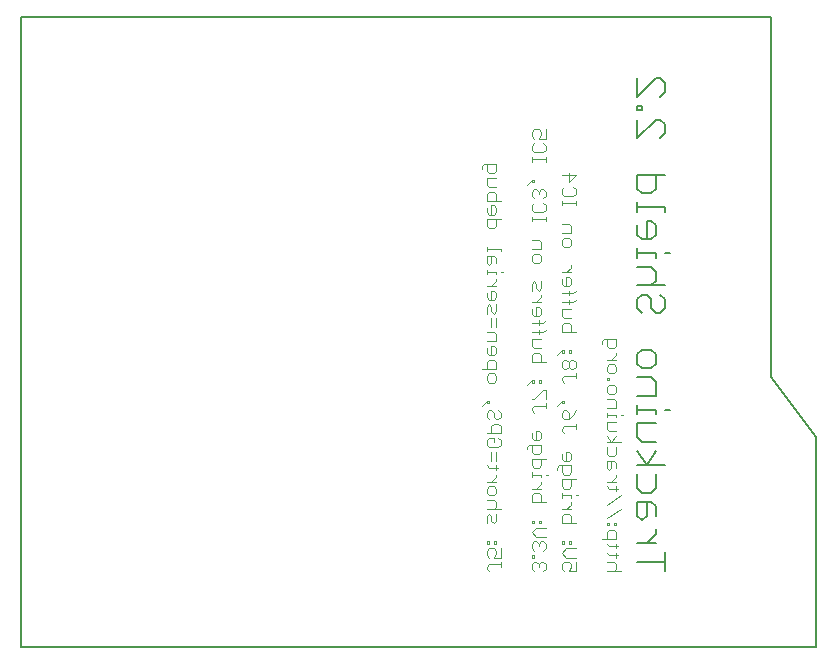
<source format=gbo>
G75*
G70*
%OFA0B0*%
%FSLAX24Y24*%
%IPPOS*%
%LPD*%
%AMOC8*
5,1,8,0,0,1.08239X$1,22.5*
%
%ADD10C,0.0080*%
%ADD11C,0.0040*%
D10*
X002503Y000180D02*
X029003Y000180D01*
X029003Y007180D01*
X027503Y009180D01*
X027503Y021180D01*
X002503Y021180D01*
X002503Y000180D01*
X023043Y003027D02*
X023964Y003027D01*
X023964Y002720D02*
X023964Y003334D01*
X023657Y003641D02*
X023043Y003641D01*
X023350Y003641D02*
X023657Y003948D01*
X023657Y004101D01*
X023197Y004408D02*
X023350Y004562D01*
X023350Y005022D01*
X023504Y005022D02*
X023657Y004869D01*
X023657Y004562D01*
X023197Y004408D02*
X023043Y004562D01*
X023043Y005022D01*
X023504Y005022D01*
X023504Y005329D02*
X023197Y005329D01*
X023043Y005482D01*
X023043Y005943D01*
X023043Y006250D02*
X023964Y006250D01*
X023657Y005943D02*
X023657Y005482D01*
X023504Y005329D01*
X023350Y006250D02*
X023657Y006710D01*
X023657Y007017D02*
X023197Y007017D01*
X023043Y007170D01*
X023043Y007631D01*
X023657Y007631D01*
X023657Y007938D02*
X023657Y008091D01*
X023043Y008091D01*
X023043Y007938D02*
X023043Y008245D01*
X023043Y008552D02*
X023657Y008552D01*
X023657Y009012D01*
X023504Y009166D01*
X023043Y009166D01*
X023197Y009472D02*
X023043Y009626D01*
X023043Y009933D01*
X023197Y010086D01*
X023504Y010086D01*
X023657Y009933D01*
X023657Y009626D01*
X023504Y009472D01*
X023197Y009472D01*
X023964Y008091D02*
X024118Y008091D01*
X023043Y006710D02*
X023350Y006250D01*
X023197Y011314D02*
X023043Y011467D01*
X023043Y011774D01*
X023197Y011928D01*
X023350Y011928D01*
X023504Y011774D01*
X023504Y011467D01*
X023657Y011314D01*
X023811Y011314D01*
X023964Y011467D01*
X023964Y011774D01*
X023811Y011928D01*
X023964Y012235D02*
X023043Y012235D01*
X023504Y012235D02*
X023657Y012388D01*
X023657Y012695D01*
X023504Y012849D01*
X023043Y012849D01*
X023043Y013156D02*
X023043Y013463D01*
X023043Y013309D02*
X023657Y013309D01*
X023657Y013156D01*
X023964Y013309D02*
X024118Y013309D01*
X023504Y013769D02*
X023657Y013923D01*
X023657Y014230D01*
X023504Y014383D01*
X023350Y014383D01*
X023350Y013769D01*
X023197Y013769D02*
X023504Y013769D01*
X023197Y013769D02*
X023043Y013923D01*
X023043Y014230D01*
X023043Y014690D02*
X023043Y014997D01*
X023043Y014844D02*
X023964Y014844D01*
X023964Y014690D01*
X023504Y015304D02*
X023197Y015304D01*
X023043Y015458D01*
X023043Y015918D01*
X023964Y015918D01*
X023657Y015918D02*
X023657Y015458D01*
X023504Y015304D01*
X023811Y017146D02*
X023964Y017299D01*
X023964Y017606D01*
X023811Y017760D01*
X023657Y017760D01*
X023043Y017146D01*
X023043Y017760D01*
X023043Y018066D02*
X023043Y018220D01*
X023197Y018220D01*
X023197Y018066D01*
X023043Y018066D01*
X023043Y018527D02*
X023657Y019141D01*
X023811Y019141D01*
X023964Y018987D01*
X023964Y018680D01*
X023811Y018527D01*
X023043Y018527D02*
X023043Y019141D01*
D11*
X019984Y017433D02*
X019984Y017126D01*
X019753Y017126D01*
X019830Y017279D01*
X019830Y017356D01*
X019753Y017433D01*
X019600Y017433D01*
X019523Y017356D01*
X019523Y017202D01*
X019600Y017126D01*
X019600Y016972D02*
X019523Y016895D01*
X019523Y016742D01*
X019600Y016665D01*
X019907Y016665D01*
X019984Y016742D01*
X019984Y016895D01*
X019907Y016972D01*
X019984Y016512D02*
X019984Y016358D01*
X019984Y016435D02*
X019523Y016435D01*
X019523Y016358D02*
X019523Y016512D01*
X020523Y015898D02*
X020984Y015898D01*
X020753Y015668D01*
X020753Y015975D01*
X020600Y015514D02*
X020523Y015438D01*
X020523Y015284D01*
X020600Y015207D01*
X020907Y015207D01*
X020984Y015284D01*
X020984Y015438D01*
X020907Y015514D01*
X020984Y015054D02*
X020984Y014900D01*
X020984Y014977D02*
X020523Y014977D01*
X020523Y014900D02*
X020523Y015054D01*
X019984Y015207D02*
X019984Y015361D01*
X019907Y015438D01*
X019830Y015438D01*
X019753Y015361D01*
X019677Y015438D01*
X019600Y015438D01*
X019523Y015361D01*
X019523Y015207D01*
X019600Y015131D01*
X019600Y014977D02*
X019523Y014900D01*
X019523Y014747D01*
X019600Y014670D01*
X019907Y014670D01*
X019984Y014747D01*
X019984Y014900D01*
X019907Y014977D01*
X019907Y015131D02*
X019984Y015207D01*
X019753Y015284D02*
X019753Y015361D01*
X019370Y015591D02*
X019523Y015744D01*
X019523Y015668D01*
X019600Y015668D01*
X019600Y015744D01*
X019523Y015744D01*
X018330Y015821D02*
X018023Y015821D01*
X018023Y015591D01*
X018100Y015514D01*
X018330Y015514D01*
X018253Y015361D02*
X018330Y015284D01*
X018330Y015054D01*
X018484Y015054D02*
X018023Y015054D01*
X018023Y015284D01*
X018100Y015361D01*
X018253Y015361D01*
X018253Y014900D02*
X018177Y014900D01*
X018177Y014593D01*
X018253Y014593D02*
X018330Y014670D01*
X018330Y014824D01*
X018253Y014900D01*
X018023Y014824D02*
X018023Y014670D01*
X018100Y014593D01*
X018253Y014593D01*
X018330Y014440D02*
X018330Y014210D01*
X018253Y014133D01*
X018100Y014133D01*
X018023Y014210D01*
X018023Y014440D01*
X018484Y014440D01*
X019523Y014440D02*
X019984Y014440D01*
X019984Y014363D02*
X019984Y014517D01*
X020523Y014287D02*
X020753Y014287D01*
X020830Y014210D01*
X020830Y013980D01*
X020523Y013980D01*
X020600Y013826D02*
X020753Y013826D01*
X020830Y013749D01*
X020830Y013596D01*
X020753Y013519D01*
X020600Y013519D01*
X020523Y013596D01*
X020523Y013749D01*
X020600Y013826D01*
X019830Y013673D02*
X019830Y013442D01*
X019523Y013442D01*
X019600Y013289D02*
X019753Y013289D01*
X019830Y013212D01*
X019830Y013059D01*
X019753Y012982D01*
X019600Y012982D01*
X019523Y013059D01*
X019523Y013212D01*
X019600Y013289D01*
X019830Y013673D02*
X019753Y013749D01*
X019523Y013749D01*
X019523Y014363D02*
X019523Y014517D01*
X018023Y013519D02*
X018023Y013366D01*
X018023Y013442D02*
X018484Y013442D01*
X018484Y013366D01*
X018330Y013136D02*
X018253Y013212D01*
X018023Y013212D01*
X018023Y012982D01*
X018100Y012905D01*
X018177Y012982D01*
X018177Y013212D01*
X018330Y013136D02*
X018330Y012982D01*
X018330Y012675D02*
X018023Y012675D01*
X018023Y012598D02*
X018023Y012752D01*
X018330Y012675D02*
X018330Y012598D01*
X018330Y012445D02*
X018330Y012368D01*
X018177Y012215D01*
X018330Y012215D02*
X018023Y012215D01*
X018177Y012061D02*
X018177Y011754D01*
X018253Y011754D02*
X018330Y011831D01*
X018330Y011985D01*
X018253Y012061D01*
X018177Y012061D01*
X018023Y011985D02*
X018023Y011831D01*
X018100Y011754D01*
X018253Y011754D01*
X018330Y011601D02*
X018330Y011371D01*
X018253Y011294D01*
X018177Y011371D01*
X018177Y011524D01*
X018100Y011601D01*
X018023Y011524D01*
X018023Y011294D01*
X018177Y011141D02*
X018177Y010834D01*
X018330Y010834D02*
X018330Y011141D01*
X018253Y010680D02*
X018023Y010680D01*
X018253Y010680D02*
X018330Y010603D01*
X018330Y010373D01*
X018023Y010373D01*
X018177Y010220D02*
X018177Y009913D01*
X018253Y009913D02*
X018330Y009990D01*
X018330Y010143D01*
X018253Y010220D01*
X018177Y010220D01*
X018023Y010143D02*
X018023Y009990D01*
X018100Y009913D01*
X018253Y009913D01*
X018253Y009759D02*
X018100Y009759D01*
X018023Y009683D01*
X018023Y009452D01*
X017870Y009452D02*
X018330Y009452D01*
X018330Y009683D01*
X018253Y009759D01*
X018253Y009299D02*
X018330Y009222D01*
X018330Y009069D01*
X018253Y008992D01*
X018100Y008992D01*
X018023Y009069D01*
X018023Y009222D01*
X018100Y009299D01*
X018253Y009299D01*
X018100Y008378D02*
X018100Y008301D01*
X018023Y008301D01*
X018023Y008378D01*
X018100Y008378D01*
X018023Y008378D02*
X017870Y008225D01*
X018100Y008071D02*
X018023Y007995D01*
X018023Y007841D01*
X018100Y007764D01*
X018253Y007841D02*
X018253Y007995D01*
X018177Y008071D01*
X018100Y008071D01*
X018253Y007841D02*
X018330Y007764D01*
X018407Y007764D01*
X018484Y007841D01*
X018484Y007995D01*
X018407Y008071D01*
X018407Y007611D02*
X018253Y007611D01*
X018177Y007534D01*
X018177Y007304D01*
X018023Y007304D02*
X018484Y007304D01*
X018484Y007534D01*
X018407Y007611D01*
X018407Y007150D02*
X018484Y007074D01*
X018484Y006920D01*
X018407Y006844D01*
X018100Y006844D01*
X018023Y006920D01*
X018023Y007074D01*
X018100Y007150D01*
X018253Y007150D01*
X018253Y006997D01*
X018177Y006690D02*
X018177Y006383D01*
X018330Y006383D02*
X018330Y006690D01*
X018330Y006230D02*
X018330Y006076D01*
X018407Y006153D02*
X018100Y006153D01*
X018023Y006230D01*
X018330Y005923D02*
X018330Y005846D01*
X018177Y005693D01*
X018330Y005693D02*
X018023Y005693D01*
X018100Y005539D02*
X018253Y005539D01*
X018330Y005462D01*
X018330Y005309D01*
X018253Y005232D01*
X018100Y005232D01*
X018023Y005309D01*
X018023Y005462D01*
X018100Y005539D01*
X018023Y005079D02*
X018253Y005079D01*
X018330Y005002D01*
X018330Y004848D01*
X018253Y004772D01*
X018330Y004618D02*
X018330Y004388D01*
X018253Y004311D01*
X018177Y004388D01*
X018177Y004542D01*
X018100Y004618D01*
X018023Y004542D01*
X018023Y004311D01*
X018023Y004772D02*
X018484Y004772D01*
X019523Y005002D02*
X019523Y005232D01*
X019600Y005309D01*
X019753Y005309D01*
X019830Y005232D01*
X019830Y005002D01*
X019984Y005002D02*
X019523Y005002D01*
X019523Y005462D02*
X019830Y005462D01*
X019677Y005462D02*
X019830Y005616D01*
X019830Y005693D01*
X019830Y005846D02*
X019830Y005923D01*
X019523Y005923D01*
X019523Y005999D02*
X019523Y005846D01*
X019600Y006153D02*
X019753Y006153D01*
X019830Y006230D01*
X019830Y006460D01*
X019984Y006460D02*
X019523Y006460D01*
X019523Y006230D01*
X019600Y006153D01*
X019984Y005923D02*
X020060Y005923D01*
X020370Y006076D02*
X020370Y006153D01*
X020447Y006230D01*
X020830Y006230D01*
X020830Y005999D01*
X020753Y005923D01*
X020600Y005923D01*
X020523Y005999D01*
X020523Y006230D01*
X020600Y006383D02*
X020753Y006383D01*
X020830Y006460D01*
X020830Y006613D01*
X020753Y006690D01*
X020677Y006690D01*
X020677Y006383D01*
X020600Y006383D02*
X020523Y006460D01*
X020523Y006613D01*
X019830Y006690D02*
X019830Y006920D01*
X019447Y006920D01*
X019370Y006844D01*
X019370Y006767D01*
X019523Y006690D02*
X019523Y006920D01*
X019600Y007074D02*
X019753Y007074D01*
X019830Y007150D01*
X019830Y007304D01*
X019753Y007381D01*
X019677Y007381D01*
X019677Y007074D01*
X019600Y007074D02*
X019523Y007150D01*
X019523Y007304D01*
X019523Y006690D02*
X019600Y006613D01*
X019753Y006613D01*
X019830Y006690D01*
X020523Y007381D02*
X020523Y007457D01*
X020600Y007534D01*
X020984Y007534D01*
X020984Y007457D02*
X020984Y007611D01*
X020753Y007764D02*
X020600Y007764D01*
X020523Y007841D01*
X020523Y007995D01*
X020600Y008071D01*
X020677Y008071D01*
X020753Y007995D01*
X020753Y007764D01*
X020907Y007918D01*
X020984Y008071D01*
X020600Y008301D02*
X020523Y008301D01*
X020523Y008378D01*
X020600Y008378D01*
X020600Y008301D01*
X020523Y008378D02*
X020370Y008225D01*
X019984Y008225D02*
X019600Y008225D01*
X019523Y008148D01*
X019523Y008071D01*
X019600Y007995D01*
X019984Y008148D02*
X019984Y008301D01*
X019984Y008455D02*
X019984Y008762D01*
X019907Y008762D01*
X019600Y008455D01*
X019523Y008455D01*
X019370Y008915D02*
X019523Y009069D01*
X019523Y008992D01*
X019600Y008992D01*
X019600Y009069D01*
X019523Y009069D01*
X019753Y009069D02*
X019753Y008992D01*
X019830Y008992D01*
X019830Y009069D01*
X019753Y009069D01*
X020523Y009069D02*
X020523Y009145D01*
X020600Y009222D01*
X020984Y009222D01*
X020984Y009145D02*
X020984Y009299D01*
X020907Y009452D02*
X020830Y009452D01*
X020753Y009529D01*
X020753Y009683D01*
X020677Y009759D01*
X020600Y009759D01*
X020523Y009683D01*
X020523Y009529D01*
X020600Y009452D01*
X020677Y009452D01*
X020753Y009529D01*
X020753Y009683D02*
X020830Y009759D01*
X020907Y009759D01*
X020984Y009683D01*
X020984Y009529D01*
X020907Y009452D01*
X020523Y009069D02*
X020600Y008992D01*
X019984Y009683D02*
X019523Y009683D01*
X019523Y009913D01*
X019600Y009990D01*
X019753Y009990D01*
X019830Y009913D01*
X019830Y009683D01*
X019830Y010143D02*
X019600Y010143D01*
X019523Y010220D01*
X019523Y010450D01*
X019830Y010450D01*
X019753Y010603D02*
X019753Y010757D01*
X019753Y010910D02*
X019753Y011064D01*
X019753Y011217D02*
X019600Y011217D01*
X019523Y011294D01*
X019523Y011447D01*
X019677Y011524D02*
X019677Y011217D01*
X019753Y011217D02*
X019830Y011294D01*
X019830Y011447D01*
X019753Y011524D01*
X019677Y011524D01*
X019677Y011678D02*
X019830Y011831D01*
X019830Y011908D01*
X019753Y012061D02*
X019830Y012138D01*
X019830Y012368D01*
X019677Y012292D02*
X019677Y012138D01*
X019753Y012061D01*
X019523Y012061D02*
X019523Y012292D01*
X019600Y012368D01*
X019677Y012292D01*
X020523Y012292D02*
X020600Y012215D01*
X020753Y012215D01*
X020830Y012292D01*
X020830Y012445D01*
X020753Y012522D01*
X020677Y012522D01*
X020677Y012215D01*
X020753Y012061D02*
X020753Y011908D01*
X020753Y011754D02*
X020753Y011601D01*
X020830Y011447D02*
X020523Y011447D01*
X020523Y011217D01*
X020600Y011141D01*
X020830Y011141D01*
X020753Y010987D02*
X020600Y010987D01*
X020523Y010910D01*
X020523Y010680D01*
X020984Y010680D01*
X020830Y010680D02*
X020830Y010910D01*
X020753Y010987D01*
X019984Y011064D02*
X019907Y010987D01*
X019523Y010987D01*
X019523Y010680D02*
X019907Y010680D01*
X019984Y010757D01*
X020523Y010066D02*
X020523Y009990D01*
X020600Y009990D01*
X020600Y010066D01*
X020523Y010066D01*
X020370Y009913D01*
X020753Y009990D02*
X020753Y010066D01*
X020830Y010066D01*
X020830Y009990D01*
X020753Y009990D01*
X021870Y010296D02*
X021870Y010373D01*
X021947Y010450D01*
X022330Y010450D01*
X022330Y010220D01*
X022253Y010143D01*
X022100Y010143D01*
X022023Y010220D01*
X022023Y010450D01*
X022330Y009990D02*
X022330Y009913D01*
X022177Y009759D01*
X022330Y009759D02*
X022023Y009759D01*
X022100Y009606D02*
X022023Y009529D01*
X022023Y009376D01*
X022100Y009299D01*
X022253Y009299D01*
X022330Y009376D01*
X022330Y009529D01*
X022253Y009606D01*
X022100Y009606D01*
X022100Y009145D02*
X022023Y009145D01*
X022023Y009069D01*
X022100Y009069D01*
X022100Y009145D01*
X022100Y008915D02*
X022023Y008839D01*
X022023Y008685D01*
X022100Y008608D01*
X022253Y008608D01*
X022330Y008685D01*
X022330Y008839D01*
X022253Y008915D01*
X022100Y008915D01*
X022023Y008455D02*
X022253Y008455D01*
X022330Y008378D01*
X022330Y008148D01*
X022023Y008148D01*
X022023Y007995D02*
X022023Y007841D01*
X022023Y007918D02*
X022330Y007918D01*
X022330Y007841D01*
X022330Y007688D02*
X022023Y007688D01*
X022023Y007457D01*
X022100Y007381D01*
X022330Y007381D01*
X022330Y007227D02*
X022177Y006997D01*
X022023Y007227D01*
X022023Y006997D02*
X022484Y006997D01*
X022330Y006844D02*
X022330Y006613D01*
X022253Y006537D01*
X022100Y006537D01*
X022023Y006613D01*
X022023Y006844D01*
X022023Y006383D02*
X022023Y006153D01*
X022100Y006076D01*
X022177Y006153D01*
X022177Y006383D01*
X022253Y006383D02*
X022023Y006383D01*
X022253Y006383D02*
X022330Y006306D01*
X022330Y006153D01*
X022330Y005923D02*
X022330Y005846D01*
X022177Y005693D01*
X022330Y005693D02*
X022023Y005693D01*
X022023Y005539D02*
X022100Y005462D01*
X022407Y005462D01*
X022330Y005386D02*
X022330Y005539D01*
X022484Y005232D02*
X022023Y004925D01*
X022023Y004465D02*
X022484Y004772D01*
X022330Y004311D02*
X022253Y004311D01*
X022253Y004235D01*
X022330Y004235D01*
X022330Y004311D01*
X022100Y004311D02*
X022023Y004311D01*
X022023Y004235D01*
X022100Y004235D01*
X022100Y004311D01*
X022100Y004081D02*
X022023Y004004D01*
X022023Y003774D01*
X021870Y003774D02*
X022330Y003774D01*
X022330Y004004D01*
X022253Y004081D01*
X022100Y004081D01*
X022023Y003621D02*
X022100Y003544D01*
X022407Y003544D01*
X022330Y003467D02*
X022330Y003621D01*
X022330Y003314D02*
X022330Y003160D01*
X022407Y003237D02*
X022100Y003237D01*
X022023Y003314D01*
X022023Y003007D02*
X022253Y003007D01*
X022330Y002930D01*
X022330Y002777D01*
X022253Y002700D01*
X022023Y002700D02*
X022484Y002700D01*
X020984Y002700D02*
X020753Y002700D01*
X020830Y002853D01*
X020830Y002930D01*
X020753Y003007D01*
X020600Y003007D01*
X020523Y002930D01*
X020523Y002777D01*
X020600Y002700D01*
X020984Y002700D02*
X020984Y003007D01*
X020984Y003160D02*
X020677Y003160D01*
X020523Y003314D01*
X020677Y003467D01*
X020984Y003467D01*
X020830Y003621D02*
X020753Y003621D01*
X020753Y003698D01*
X020830Y003698D01*
X020830Y003621D01*
X020600Y003621D02*
X020600Y003698D01*
X020523Y003698D01*
X020523Y003621D01*
X020600Y003621D01*
X019984Y003621D02*
X019907Y003698D01*
X019830Y003698D01*
X019753Y003621D01*
X019677Y003698D01*
X019600Y003698D01*
X019523Y003621D01*
X019523Y003467D01*
X019600Y003391D01*
X019600Y003237D02*
X019523Y003237D01*
X019523Y003160D01*
X019600Y003160D01*
X019600Y003237D01*
X019600Y003007D02*
X019523Y002930D01*
X019523Y002777D01*
X019600Y002700D01*
X019753Y002853D02*
X019753Y002930D01*
X019677Y003007D01*
X019600Y003007D01*
X019753Y002930D02*
X019830Y003007D01*
X019907Y003007D01*
X019984Y002930D01*
X019984Y002777D01*
X019907Y002700D01*
X019907Y003391D02*
X019984Y003467D01*
X019984Y003621D01*
X019753Y003621D02*
X019753Y003544D01*
X019677Y003851D02*
X019523Y004004D01*
X019677Y004158D01*
X019984Y004158D01*
X019830Y004311D02*
X019753Y004311D01*
X019753Y004388D01*
X019830Y004388D01*
X019830Y004311D01*
X019600Y004311D02*
X019523Y004311D01*
X019523Y004388D01*
X019600Y004388D01*
X019600Y004311D01*
X019677Y003851D02*
X019984Y003851D01*
X020523Y004311D02*
X020523Y004542D01*
X020600Y004618D01*
X020753Y004618D01*
X020830Y004542D01*
X020830Y004311D01*
X020984Y004311D02*
X020523Y004311D01*
X020523Y004772D02*
X020830Y004772D01*
X020677Y004772D02*
X020830Y004925D01*
X020830Y005002D01*
X020830Y005155D02*
X020830Y005232D01*
X020523Y005232D01*
X020523Y005155D02*
X020523Y005309D01*
X020600Y005462D02*
X020753Y005462D01*
X020830Y005539D01*
X020830Y005769D01*
X020984Y005769D02*
X020523Y005769D01*
X020523Y005539D01*
X020600Y005462D01*
X020984Y005232D02*
X021060Y005232D01*
X018484Y003467D02*
X018484Y003160D01*
X018253Y003160D01*
X018330Y003314D01*
X018330Y003391D01*
X018253Y003467D01*
X018100Y003467D01*
X018023Y003391D01*
X018023Y003237D01*
X018100Y003160D01*
X018100Y002930D02*
X018484Y002930D01*
X018484Y002853D02*
X018484Y003007D01*
X018100Y002930D02*
X018023Y002853D01*
X018023Y002777D01*
X018100Y002700D01*
X018100Y003621D02*
X018023Y003621D01*
X018023Y003698D01*
X018100Y003698D01*
X018100Y003621D01*
X018253Y003621D02*
X018330Y003621D01*
X018330Y003698D01*
X018253Y003698D01*
X018253Y003621D01*
X020600Y007304D02*
X020523Y007381D01*
X022484Y007918D02*
X022560Y007918D01*
X020907Y011678D02*
X020523Y011678D01*
X020907Y011678D02*
X020984Y011754D01*
X020907Y011985D02*
X020523Y011985D01*
X020523Y012292D02*
X020523Y012445D01*
X020523Y012675D02*
X020830Y012675D01*
X020677Y012675D02*
X020830Y012829D01*
X020830Y012905D01*
X020984Y012061D02*
X020907Y011985D01*
X019830Y011678D02*
X019523Y011678D01*
X018560Y012675D02*
X018484Y012675D01*
X018253Y015975D02*
X018100Y015975D01*
X018023Y016051D01*
X018023Y016282D01*
X017947Y016282D02*
X018330Y016282D01*
X018330Y016051D01*
X018253Y015975D01*
X017870Y016128D02*
X017870Y016205D01*
X017947Y016282D01*
M02*

</source>
